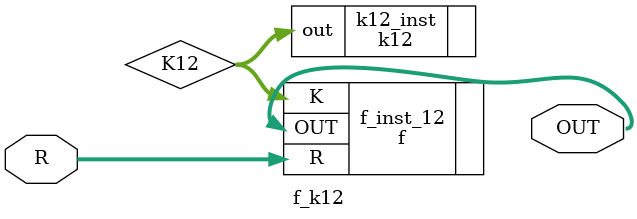
<source format=v>
/**
 * Round function del round 12: funzione f(R, K)
 *
 * Utilizza R11 del round precedente e K12
 * per calcolare il valore (facendo lo XOR con L11) di R12.
*/

module f_k12(
    input [32:1] R,
    output [32:1] OUT
);

    wire [48:1] K12;
    k12 k12_inst(
        .out(K12[48:1])
    );

    f f_inst_12(
        .R(R[32:1]),
        .K(K12[48:1]),
        .OUT(OUT[32:1])
    );
endmodule

</source>
